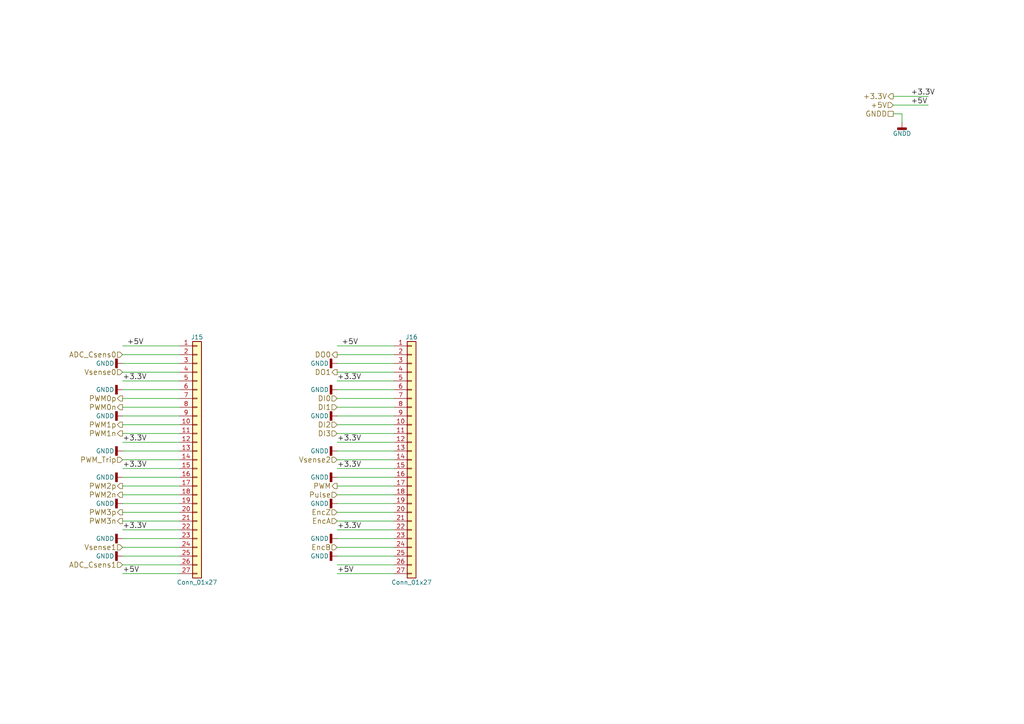
<source format=kicad_sch>
(kicad_sch (version 20211123) (generator eeschema)
  (paper "A4")
  (lib_symbols
    (symbol "4hbd-base-rescue:Conn_01x27" (pin_names (offset 1.016) hide)
      (property "Reference" "J" (at 0 35.56 0))
      (property "Value" "Conn_01x27" (at 0 -35.56 0))
      (symbol "Conn_01x27_1_1"
        (rectangle (start -1.27 -32.893) (end 0 -33.147) (stroke (width 0.1524)))
        (rectangle (start -1.27 -30.353) (end 0 -30.607) (stroke (width 0.1524)))
        (rectangle (start -1.27 -27.813) (end 0 -28.067) (stroke (width 0.1524)))
        (rectangle (start -1.27 -25.273) (end 0 -25.527) (stroke (width 0.1524)))
        (rectangle (start -1.27 -22.733) (end 0 -22.987) (stroke (width 0.1524)))
        (rectangle (start -1.27 -20.193) (end 0 -20.447) (stroke (width 0.1524)))
        (rectangle (start -1.27 -17.653) (end 0 -17.907) (stroke (width 0.1524)))
        (rectangle (start -1.27 -15.113) (end 0 -15.367) (stroke (width 0.1524)))
        (rectangle (start -1.27 -12.573) (end 0 -12.827) (stroke (width 0.1524)))
        (rectangle (start -1.27 -10.033) (end 0 -10.287) (stroke (width 0.1524)))
        (rectangle (start -1.27 -7.493) (end 0 -7.747) (stroke (width 0.1524)))
        (rectangle (start -1.27 -4.953) (end 0 -5.207) (stroke (width 0.1524)))
        (rectangle (start -1.27 -2.413) (end 0 -2.667) (stroke (width 0.1524)))
        (rectangle (start -1.27 0.127) (end 0 -0.127) (stroke (width 0.1524)))
        (rectangle (start -1.27 2.667) (end 0 2.413) (stroke (width 0.1524)))
        (rectangle (start -1.27 5.207) (end 0 4.953) (stroke (width 0.1524)))
        (rectangle (start -1.27 7.747) (end 0 7.493) (stroke (width 0.1524)))
        (rectangle (start -1.27 10.287) (end 0 10.033) (stroke (width 0.1524)))
        (rectangle (start -1.27 12.827) (end 0 12.573) (stroke (width 0.1524)))
        (rectangle (start -1.27 15.367) (end 0 15.113) (stroke (width 0.1524)))
        (rectangle (start -1.27 17.907) (end 0 17.653) (stroke (width 0.1524)))
        (rectangle (start -1.27 20.447) (end 0 20.193) (stroke (width 0.1524)))
        (rectangle (start -1.27 22.987) (end 0 22.733) (stroke (width 0.1524)))
        (rectangle (start -1.27 25.527) (end 0 25.273) (stroke (width 0.1524)))
        (rectangle (start -1.27 28.067) (end 0 27.813) (stroke (width 0.1524)))
        (rectangle (start -1.27 30.607) (end 0 30.353) (stroke (width 0.1524)))
        (rectangle (start -1.27 33.147) (end 0 32.893) (stroke (width 0.1524)))
        (rectangle (start -1.27 34.29) (end 1.27 -34.29) (stroke (width 0.254)) (fill (type background)))
        (pin passive line (at -5.08 33.02 0) (length 3.81) (name "Pin_1") (number "1"))
        (pin passive line (at -5.08 10.16 0) (length 3.81) (name "Pin_10") (number "10"))
        (pin passive line (at -5.08 7.62 0) (length 3.81) (name "Pin_11") (number "11"))
        (pin passive line (at -5.08 5.08 0) (length 3.81) (name "Pin_12") (number "12"))
        (pin passive line (at -5.08 2.54 0) (length 3.81) (name "Pin_13") (number "13"))
        (pin passive line (at -5.08 0 0) (length 3.81) (name "Pin_14") (number "14"))
        (pin passive line (at -5.08 -2.54 0) (length 3.81) (name "Pin_15") (number "15"))
        (pin passive line (at -5.08 -5.08 0) (length 3.81) (name "Pin_16") (number "16"))
        (pin passive line (at -5.08 -7.62 0) (length 3.81) (name "Pin_17") (number "17"))
        (pin passive line (at -5.08 -10.16 0) (length 3.81) (name "Pin_18") (number "18"))
        (pin passive line (at -5.08 -12.7 0) (length 3.81) (name "Pin_19") (number "19"))
        (pin passive line (at -5.08 30.48 0) (length 3.81) (name "Pin_2") (number "2"))
        (pin passive line (at -5.08 -15.24 0) (length 3.81) (name "Pin_20") (number "20"))
        (pin passive line (at -5.08 -17.78 0) (length 3.81) (name "Pin_21") (number "21"))
        (pin passive line (at -5.08 -20.32 0) (length 3.81) (name "Pin_22") (number "22"))
        (pin passive line (at -5.08 -22.86 0) (length 3.81) (name "Pin_23") (number "23"))
        (pin passive line (at -5.08 -25.4 0) (length 3.81) (name "Pin_24") (number "24"))
        (pin passive line (at -5.08 -27.94 0) (length 3.81) (name "Pin_25") (number "25"))
        (pin passive line (at -5.08 -30.48 0) (length 3.81) (name "Pin_26") (number "26"))
        (pin passive line (at -5.08 -33.02 0) (length 3.81) (name "Pin_27") (number "27"))
        (pin passive line (at -5.08 27.94 0) (length 3.81) (name "Pin_3") (number "3"))
        (pin passive line (at -5.08 25.4 0) (length 3.81) (name "Pin_4") (number "4"))
        (pin passive line (at -5.08 22.86 0) (length 3.81) (name "Pin_5") (number "5"))
        (pin passive line (at -5.08 20.32 0) (length 3.81) (name "Pin_6") (number "6"))
        (pin passive line (at -5.08 17.78 0) (length 3.81) (name "Pin_7") (number "7"))
        (pin passive line (at -5.08 15.24 0) (length 3.81) (name "Pin_8") (number "8"))
        (pin passive line (at -5.08 12.7 0) (length 3.81) (name "Pin_9") (number "9"))
      )
    )
    (symbol "4hbd-base-rescue:GNDD" (power) (pin_names (offset 0))
      (property "Value" "GNDD" (at 0 -3.175 0))
      (symbol "GNDD_0_1"
        (rectangle (start -1.27 -1.524) (end 1.27 -2.032) (stroke (width 0.254)) (fill (type outline)))
        (polyline (pts (xy 0 0) (xy 0 -1.524)))
      )
      (symbol "GNDD_1_1"
        (pin power_in line (at 0 0 270) (length 0) hide (name "GNDD") (number "1"))
      )
    )
  )
  (wire (pts (xy 52.07 102.87) (xy 35.56 102.87)))
  (wire (pts (xy 114.3 125.73) (xy 97.79 125.73)))
  (wire (pts (xy 35.56 110.49) (xy 52.07 110.49)))
  (wire (pts (xy 52.07 153.67) (xy 35.56 153.67)))
  (wire (pts (xy 114.3 143.51) (xy 97.79 143.51)))
  (wire (pts (xy 52.07 148.59) (xy 35.56 148.59)))
  (wire (pts (xy 52.07 118.11) (xy 35.56 118.11)))
  (wire (pts (xy 114.3 120.65) (xy 97.79 120.65)))
  (wire (pts (xy 52.07 135.89) (xy 35.56 135.89)))
  (wire (pts (xy 114.3 158.75) (xy 97.79 158.75)))
  (wire (pts (xy 114.3 163.83) (xy 97.79 163.83)))
  (wire (pts (xy 114.3 140.97) (xy 97.79 140.97)))
  (wire (pts (xy 114.3 105.41) (xy 97.79 105.41)))
  (wire (pts (xy 114.3 133.35) (xy 97.79 133.35)))
  (wire (pts (xy 52.07 143.51) (xy 35.56 143.51)))
  (wire (pts (xy 259.08 30.48) (xy 269.24 30.48)))
  (wire (pts (xy 114.3 135.89) (xy 97.79 135.89)))
  (wire (pts (xy 114.3 161.29) (xy 97.79 161.29)))
  (wire (pts (xy 114.3 153.67) (xy 97.79 153.67)))
  (wire (pts (xy 52.07 163.83) (xy 35.56 163.83)))
  (wire (pts (xy 261.62 33.02) (xy 261.62 35.56)))
  (wire (pts (xy 52.07 158.75) (xy 35.56 158.75)))
  (wire (pts (xy 52.07 125.73) (xy 35.56 125.73)))
  (wire (pts (xy 52.07 130.81) (xy 35.56 130.81)))
  (wire (pts (xy 114.3 130.81) (xy 97.79 130.81)))
  (wire (pts (xy 35.56 107.95) (xy 52.07 107.95)))
  (wire (pts (xy 52.07 140.97) (xy 35.56 140.97)))
  (wire (pts (xy 35.56 113.03) (xy 52.07 113.03)))
  (wire (pts (xy 259.08 27.94) (xy 269.24 27.94)))
  (wire (pts (xy 52.07 151.13) (xy 35.56 151.13)))
  (wire (pts (xy 114.3 118.11) (xy 97.79 118.11)))
  (wire (pts (xy 114.3 146.05) (xy 97.79 146.05)))
  (wire (pts (xy 97.79 115.57) (xy 114.3 115.57)))
  (wire (pts (xy 52.07 120.65) (xy 35.56 120.65)))
  (wire (pts (xy 114.3 128.27) (xy 97.79 128.27)))
  (wire (pts (xy 52.07 161.29) (xy 35.56 161.29)))
  (wire (pts (xy 52.07 133.35) (xy 35.56 133.35)))
  (wire (pts (xy 114.3 156.21) (xy 97.79 156.21)))
  (wire (pts (xy 35.56 115.57) (xy 52.07 115.57)))
  (wire (pts (xy 259.08 33.02) (xy 261.62 33.02)))
  (wire (pts (xy 52.07 146.05) (xy 35.56 146.05)))
  (wire (pts (xy 52.07 166.37) (xy 35.56 166.37)))
  (wire (pts (xy 52.07 138.43) (xy 35.56 138.43)))
  (wire (pts (xy 52.07 123.19) (xy 35.56 123.19)))
  (wire (pts (xy 114.3 148.59) (xy 97.79 148.59)))
  (wire (pts (xy 114.3 100.33) (xy 97.79 100.33)))
  (wire (pts (xy 97.79 107.95) (xy 114.3 107.95)))
  (wire (pts (xy 114.3 123.19) (xy 97.79 123.19)))
  (wire (pts (xy 97.79 110.49) (xy 114.3 110.49)))
  (wire (pts (xy 114.3 102.87) (xy 97.79 102.87)))
  (wire (pts (xy 97.79 113.03) (xy 114.3 113.03)))
  (wire (pts (xy 114.3 151.13) (xy 97.79 151.13)))
  (wire (pts (xy 52.07 156.21) (xy 35.56 156.21)))
  (wire (pts (xy 114.3 166.37) (xy 97.79 166.37)))
  (wire (pts (xy 52.07 105.41) (xy 35.56 105.41)))
  (wire (pts (xy 114.3 138.43) (xy 97.79 138.43)))
  (wire (pts (xy 52.07 100.33) (xy 35.56 100.33)))
  (wire (pts (xy 52.07 128.27) (xy 35.56 128.27)))
  (label "+3.3V" (at 97.79 110.49 0) (effects (font (size 1.524 1.524))))
  (label "+3.3V" (at 35.56 135.89 0) (effects (font (size 1.524 1.524))))
  (label "+3.3V" (at 264.16 27.94 0) (effects (font (size 1.524 1.524))))
  (label "+5V" (at 99.06 100.33 0) (effects (font (size 1.524 1.524))))
  (label "+5V" (at 36.83 100.33 0) (effects (font (size 1.524 1.524))))
  (label "+5V" (at 35.56 166.37 0) (effects (font (size 1.524 1.524))))
  (label "+5V" (at 264.16 30.48 0) (effects (font (size 1.524 1.524))))
  (label "+3.3V" (at 35.56 128.27 0) (effects (font (size 1.524 1.524))))
  (label "+5V" (at 97.79 166.37 0) (effects (font (size 1.524 1.524))))
  (label "+3.3V" (at 97.79 128.27 0) (effects (font (size 1.524 1.524))))
  (label "+3.3V" (at 97.79 153.67 0) (effects (font (size 1.524 1.524))))
  (label "+3.3V" (at 35.56 110.49 0) (effects (font (size 1.524 1.524))))
  (label "+3.3V" (at 97.79 135.89 0) (effects (font (size 1.524 1.524))))
  (label "+3.3V" (at 35.56 153.67 0) (effects (font (size 1.524 1.524))))
  (hierarchical_label "Vsense1" (shape input) (at 35.56 158.75 180) (effects (font (size 1.524 1.524))))
  (hierarchical_label "Pulse" (shape input) (at 97.79 143.51 180) (effects (font (size 1.524 1.524))))
  (hierarchical_label "EncZ" (shape input) (at 97.79 148.59 180) (effects (font (size 1.524 1.524))))
  (hierarchical_label "DI0" (shape input) (at 97.79 115.57 180) (effects (font (size 1.524 1.524))))
  (hierarchical_label "PWM0p" (shape output) (at 35.56 115.57 180) (effects (font (size 1.524 1.524))))
  (hierarchical_label "Vsense0" (shape input) (at 35.56 107.95 180) (effects (font (size 1.524 1.524))))
  (hierarchical_label "EncA" (shape input) (at 97.79 151.13 180) (effects (font (size 1.524 1.524))))
  (hierarchical_label "PWM3p" (shape output) (at 35.56 148.59 180) (effects (font (size 1.524 1.524))))
  (hierarchical_label "EncB" (shape input) (at 97.79 158.75 180) (effects (font (size 1.524 1.524))))
  (hierarchical_label "+5V" (shape input) (at 259.08 30.48 180) (effects (font (size 1.524 1.524))))
  (hierarchical_label "DI2" (shape input) (at 97.79 123.19 180) (effects (font (size 1.524 1.524))))
  (hierarchical_label "GNDD" (shape passive) (at 259.08 33.02 180) (effects (font (size 1.524 1.524))))
  (hierarchical_label "PWM_Trip" (shape input) (at 35.56 133.35 180) (effects (font (size 1.524 1.524))))
  (hierarchical_label "DO1" (shape output) (at 97.79 107.95 180) (effects (font (size 1.524 1.524))))
  (hierarchical_label "DI3" (shape input) (at 97.79 125.73 180) (effects (font (size 1.524 1.524))))
  (hierarchical_label "DO0" (shape output) (at 97.79 102.87 180) (effects (font (size 1.524 1.524))))
  (hierarchical_label "DI1" (shape input) (at 97.79 118.11 180) (effects (font (size 1.524 1.524))))
  (hierarchical_label "PWM3n" (shape output) (at 35.56 151.13 180) (effects (font (size 1.524 1.524))))
  (hierarchical_label "PWM1n" (shape output) (at 35.56 125.73 180) (effects (font (size 1.524 1.524))))
  (hierarchical_label "ADC_Csens1" (shape input) (at 35.56 163.83 180) (effects (font (size 1.524 1.524))))
  (hierarchical_label "+3.3V" (shape output) (at 259.08 27.94 180) (effects (font (size 1.524 1.524))))
  (hierarchical_label "PWM2p" (shape output) (at 35.56 140.97 180) (effects (font (size 1.524 1.524))))
  (hierarchical_label "PWM" (shape output) (at 97.79 140.97 180) (effects (font (size 1.524 1.524))))
  (hierarchical_label "PWM1p" (shape output) (at 35.56 123.19 180) (effects (font (size 1.524 1.524))))
  (hierarchical_label "ADC_Csens0" (shape input) (at 35.56 102.87 180) (effects (font (size 1.524 1.524))))
  (hierarchical_label "PWM0n" (shape output) (at 35.56 118.11 180) (effects (font (size 1.524 1.524))))
  (hierarchical_label "Vsense2" (shape input) (at 97.79 133.35 180) (effects (font (size 1.524 1.524))))
  (hierarchical_label "PWM2n" (shape output) (at 35.56 143.51 180) (effects (font (size 1.524 1.524))))
  (symbol (lib_id "4hbd-base-rescue:GNDD") (at 261.62 35.56 0) (unit 1)
    (property "Reference" "#PWR019" (effects hide))
    (property "Value" "GNDD" (at 261.62 38.735 0))
  )
  (symbol (lib_id "4hbd-base-rescue:Conn_01x27") (at 57.15 133.35 0) (unit 1)
    (property "Reference" "J15" (at 57.15 97.79 0))
    (property "Value" "Conn_01x27" (at 57.15 168.91 0))
    (property "Footprint" "Connector_PinHeader_2.54mm:PinHeader_1x27_P2.54mm_Vertical" (effects hide))
  )
  (symbol (lib_id "4hbd-base-rescue:GNDD") (at 35.56 105.41 270) (unit 1)
    (property "Reference" "#PWR020" (effects hide))
    (property "Value" "GNDD" (at 30.48 105.41 90))
  )
  (symbol (lib_id "4hbd-base-rescue:GNDD") (at 35.56 113.03 270) (unit 1)
    (property "Reference" "#PWR021" (effects hide))
    (property "Value" "GNDD" (at 30.48 113.03 90))
  )
  (symbol (lib_id "4hbd-base-rescue:GNDD") (at 35.56 120.65 270) (unit 1)
    (property "Reference" "#PWR022" (effects hide))
    (property "Value" "GNDD" (at 30.48 120.65 90))
  )
  (symbol (lib_id "4hbd-base-rescue:GNDD") (at 35.56 130.81 270) (unit 1)
    (property "Reference" "#PWR023" (effects hide))
    (property "Value" "GNDD" (at 30.48 130.81 90))
  )
  (symbol (lib_id "4hbd-base-rescue:GNDD") (at 35.56 138.43 270) (unit 1)
    (property "Reference" "#PWR024" (effects hide))
    (property "Value" "GNDD" (at 30.48 138.43 90))
  )
  (symbol (lib_id "4hbd-base-rescue:GNDD") (at 35.56 146.05 270) (unit 1)
    (property "Reference" "#PWR025" (effects hide))
    (property "Value" "GNDD" (at 30.48 146.05 90))
  )
  (symbol (lib_id "4hbd-base-rescue:GNDD") (at 35.56 156.21 270) (unit 1)
    (property "Reference" "#PWR026" (effects hide))
    (property "Value" "GNDD" (at 30.48 156.21 90))
  )
  (symbol (lib_id "4hbd-base-rescue:GNDD") (at 35.56 161.29 270) (unit 1)
    (property "Reference" "#PWR027" (effects hide))
    (property "Value" "GNDD" (at 30.48 161.29 90))
  )
  (symbol (lib_id "4hbd-base-rescue:Conn_01x27") (at 119.38 133.35 0) (unit 1)
    (property "Reference" "J16" (at 119.38 97.79 0))
    (property "Value" "Conn_01x27" (at 119.38 168.91 0))
    (property "Footprint" "Connector_PinHeader_2.54mm:PinHeader_1x27_P2.54mm_Vertical" (effects hide))
  )
  (symbol (lib_id "4hbd-base-rescue:GNDD") (at 97.79 105.41 270) (unit 1)
    (property "Reference" "#PWR028" (effects hide))
    (property "Value" "GNDD" (at 92.71 105.41 90))
  )
  (symbol (lib_id "4hbd-base-rescue:GNDD") (at 97.79 113.03 270) (unit 1)
    (property "Reference" "#PWR029" (effects hide))
    (property "Value" "GNDD" (at 92.71 113.03 90))
  )
  (symbol (lib_id "4hbd-base-rescue:GNDD") (at 97.79 120.65 270) (unit 1)
    (property "Reference" "#PWR030" (effects hide))
    (property "Value" "GNDD" (at 92.71 120.65 90))
  )
  (symbol (lib_id "4hbd-base-rescue:GNDD") (at 97.79 130.81 270) (unit 1)
    (property "Reference" "#PWR031" (effects hide))
    (property "Value" "GNDD" (at 92.71 130.81 90))
  )
  (symbol (lib_id "4hbd-base-rescue:GNDD") (at 97.79 138.43 270) (unit 1)
    (property "Reference" "#PWR032" (effects hide))
    (property "Value" "GNDD" (at 92.71 138.43 90))
  )
  (symbol (lib_id "4hbd-base-rescue:GNDD") (at 97.79 146.05 270) (unit 1)
    (property "Reference" "#PWR033" (effects hide))
    (property "Value" "GNDD" (at 92.71 146.05 90))
  )
  (symbol (lib_id "4hbd-base-rescue:GNDD") (at 97.79 156.21 270) (unit 1)
    (property "Reference" "#PWR034" (effects hide))
    (property "Value" "GNDD" (at 92.71 156.21 90))
  )
  (symbol (lib_id "4hbd-base-rescue:GNDD") (at 97.79 161.29 270) (unit 1)
    (property "Reference" "#PWR035" (effects hide))
    (property "Value" "GNDD" (at 92.71 161.29 90))
  )
)
</source>
